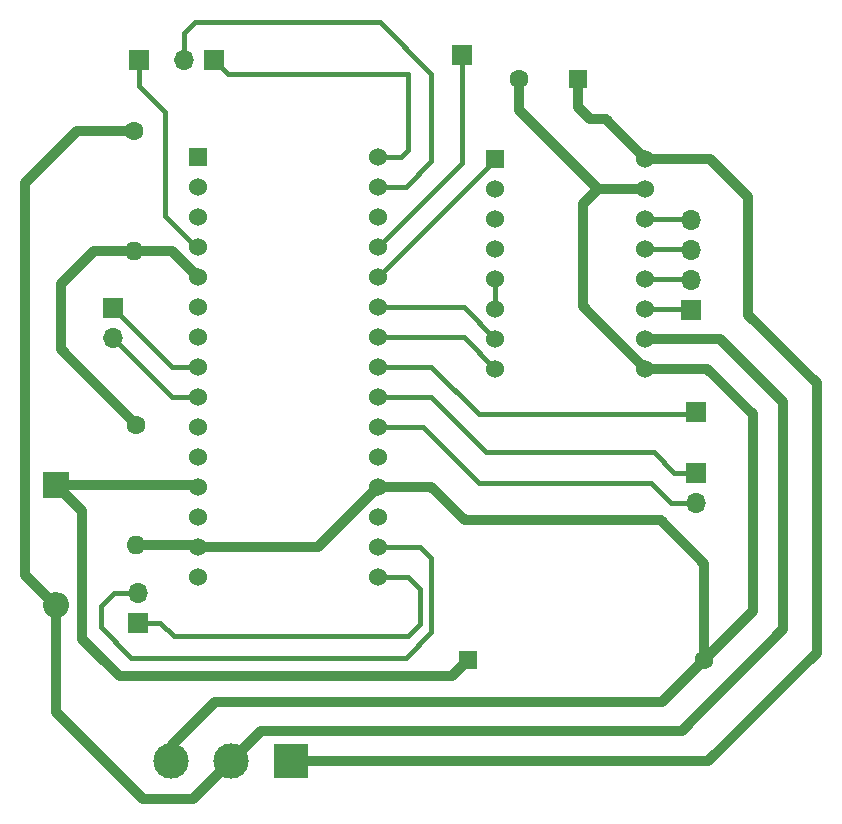
<source format=gtl>
G04 #@! TF.GenerationSoftware,KiCad,Pcbnew,7.0.1*
G04 #@! TF.CreationDate,2023-04-17T10:16:54+08:00*
G04 #@! TF.ProjectId,PCB v2,50434220-7632-42e6-9b69-6361645f7063,rev?*
G04 #@! TF.SameCoordinates,Original*
G04 #@! TF.FileFunction,Copper,L1,Top*
G04 #@! TF.FilePolarity,Positive*
%FSLAX46Y46*%
G04 Gerber Fmt 4.6, Leading zero omitted, Abs format (unit mm)*
G04 Created by KiCad (PCBNEW 7.0.1) date 2023-04-17 10:16:54*
%MOMM*%
%LPD*%
G01*
G04 APERTURE LIST*
G04 #@! TA.AperFunction,ComponentPad*
%ADD10R,1.700000X1.700000*%
G04 #@! TD*
G04 #@! TA.AperFunction,ComponentPad*
%ADD11O,1.700000X1.700000*%
G04 #@! TD*
G04 #@! TA.AperFunction,ComponentPad*
%ADD12R,1.600000X1.600000*%
G04 #@! TD*
G04 #@! TA.AperFunction,ComponentPad*
%ADD13C,1.600000*%
G04 #@! TD*
G04 #@! TA.AperFunction,ComponentPad*
%ADD14R,1.530000X1.530000*%
G04 #@! TD*
G04 #@! TA.AperFunction,ComponentPad*
%ADD15C,1.530000*%
G04 #@! TD*
G04 #@! TA.AperFunction,ComponentPad*
%ADD16O,1.600000X1.600000*%
G04 #@! TD*
G04 #@! TA.AperFunction,ComponentPad*
%ADD17R,3.000000X3.000000*%
G04 #@! TD*
G04 #@! TA.AperFunction,ComponentPad*
%ADD18C,3.000000*%
G04 #@! TD*
G04 #@! TA.AperFunction,ComponentPad*
%ADD19R,2.200000X2.200000*%
G04 #@! TD*
G04 #@! TA.AperFunction,ComponentPad*
%ADD20O,2.200000X2.200000*%
G04 #@! TD*
G04 #@! TA.AperFunction,ComponentPad*
%ADD21R,1.524000X1.524000*%
G04 #@! TD*
G04 #@! TA.AperFunction,ComponentPad*
%ADD22C,1.524000*%
G04 #@! TD*
G04 #@! TA.AperFunction,Conductor*
%ADD23C,0.400000*%
G04 #@! TD*
G04 #@! TA.AperFunction,Conductor*
%ADD24C,0.870000*%
G04 #@! TD*
G04 APERTURE END LIST*
D10*
X141600000Y-32800000D03*
X161425000Y-68150000D03*
D11*
X161425000Y-70690000D03*
D12*
X151402651Y-34800000D03*
D13*
X146402651Y-34800000D03*
D10*
X114175000Y-80850000D03*
D11*
X114175000Y-78310000D03*
D14*
X144400000Y-41560000D03*
D15*
X144400000Y-44100000D03*
X144400000Y-46640000D03*
X144400000Y-49180000D03*
X144400000Y-51720000D03*
X144400000Y-54260000D03*
X144400000Y-56800000D03*
X144400000Y-59340000D03*
X157100000Y-59340000D03*
X157100000Y-56800000D03*
X157100000Y-54260000D03*
X157100000Y-51720000D03*
X157100000Y-49180000D03*
X157100000Y-46640000D03*
X157100000Y-44100000D03*
X157100000Y-41560000D03*
D10*
X112000000Y-54200000D03*
D11*
X112000000Y-56740000D03*
D13*
X113800000Y-39240000D03*
D16*
X113800000Y-49400000D03*
D17*
X127080000Y-92600000D03*
D18*
X122000000Y-92600000D03*
X116920000Y-92600000D03*
D10*
X114200000Y-33200000D03*
X120600000Y-33200000D03*
D11*
X118060000Y-33200000D03*
D12*
X142100000Y-84000000D03*
D13*
X162100000Y-84000000D03*
X114000000Y-64120000D03*
D16*
X114000000Y-74280000D03*
D10*
X160975000Y-54400000D03*
D11*
X160975000Y-51860000D03*
X160975000Y-49320000D03*
X160975000Y-46780000D03*
D19*
X107200000Y-69200000D03*
D20*
X107200000Y-79360000D03*
D10*
X161400000Y-63000000D03*
D21*
X119250000Y-41420000D03*
D22*
X119250000Y-43960000D03*
X119250000Y-46500000D03*
X119250000Y-49040000D03*
X119250000Y-51580000D03*
X119250000Y-54120000D03*
X119250000Y-56660000D03*
X119250000Y-59200000D03*
X119250000Y-61740000D03*
X119250000Y-64280000D03*
X119250000Y-66820000D03*
X119250000Y-69360000D03*
X119250000Y-71900000D03*
X119250000Y-74440000D03*
X119250000Y-76980000D03*
X134490000Y-76980000D03*
X134490000Y-74440000D03*
X134490000Y-71900000D03*
X134490000Y-69360000D03*
X134490000Y-66820000D03*
X134490000Y-64280000D03*
X134490000Y-61740000D03*
X134490000Y-59200000D03*
X134490000Y-56660000D03*
X134490000Y-54120000D03*
X134490000Y-51580000D03*
X134490000Y-49040000D03*
X134490000Y-46500000D03*
X134490000Y-43960000D03*
X134490000Y-41420000D03*
D23*
X116050000Y-80850000D02*
X114175000Y-80850000D01*
X137000000Y-82000000D02*
X117200000Y-82000000D01*
X138000000Y-78000000D02*
X138000000Y-81000000D01*
X138000000Y-81000000D02*
X137000000Y-82000000D01*
X117200000Y-82000000D02*
X116050000Y-80850000D01*
X136980000Y-76980000D02*
X138000000Y-78000000D01*
X134490000Y-76980000D02*
X136980000Y-76980000D01*
X112090000Y-78310000D02*
X114175000Y-78310000D01*
X111000000Y-81200000D02*
X111000000Y-79400000D01*
X113600000Y-83800000D02*
X111000000Y-81200000D01*
X139000000Y-81600000D02*
X136800000Y-83800000D01*
X111000000Y-79400000D02*
X112090000Y-78310000D01*
X138040000Y-74440000D02*
X139000000Y-75400000D01*
X136800000Y-83800000D02*
X113600000Y-83800000D01*
X134490000Y-74440000D02*
X138040000Y-74440000D01*
X139000000Y-75400000D02*
X139000000Y-81600000D01*
D24*
X112600000Y-85400000D02*
X111200000Y-84000000D01*
X140700000Y-85400000D02*
X112600000Y-85400000D01*
X142100000Y-84000000D02*
X140700000Y-85400000D01*
X117040000Y-91200000D02*
X120640000Y-87600000D01*
X120640000Y-87600000D02*
X158500000Y-87600000D01*
X158500000Y-87600000D02*
X162100000Y-84000000D01*
X163400000Y-56800000D02*
X157100000Y-56800000D01*
X168800000Y-81400000D02*
X168800000Y-62200000D01*
X160200000Y-90000000D02*
X168800000Y-81400000D01*
X124600000Y-90000000D02*
X160200000Y-90000000D01*
X122000000Y-92600000D02*
X124600000Y-90000000D01*
X168800000Y-62200000D02*
X163400000Y-56800000D01*
X171600000Y-83400000D02*
X162400000Y-92600000D01*
X162400000Y-92600000D02*
X127080000Y-92600000D01*
X171600000Y-60600000D02*
X171600000Y-83400000D01*
X165800000Y-44800000D02*
X165800000Y-54800000D01*
X165800000Y-54800000D02*
X171600000Y-60600000D01*
X162560000Y-41560000D02*
X165800000Y-44800000D01*
X157100000Y-41560000D02*
X162560000Y-41560000D01*
X118800000Y-95800000D02*
X122000000Y-92600000D01*
X114600000Y-95800000D02*
X118800000Y-95800000D01*
X107200000Y-88400000D02*
X114600000Y-95800000D01*
X107200000Y-79360000D02*
X107200000Y-88400000D01*
X107200000Y-69200000D02*
X119090000Y-69200000D01*
X107200000Y-69200000D02*
X109400000Y-71400000D01*
X109400000Y-82200000D02*
X111200000Y-84000000D01*
X111200000Y-84000000D02*
X109600000Y-82400000D01*
X109400000Y-71400000D02*
X109400000Y-82200000D01*
X119090000Y-69200000D02*
X119250000Y-69360000D01*
X119250000Y-74440000D02*
X129410000Y-74440000D01*
X146402651Y-37402651D02*
X153100000Y-44100000D01*
X141800000Y-72200000D02*
X158400000Y-72200000D01*
D23*
X119090000Y-74280000D02*
X119250000Y-74440000D01*
D24*
X158400000Y-72200000D02*
X162100000Y-75900000D01*
X166200000Y-79900000D02*
X162100000Y-84000000D01*
X138960000Y-69360000D02*
X141800000Y-72200000D01*
X153100000Y-44100000D02*
X151800000Y-45400000D01*
X151800000Y-45400000D02*
X151800000Y-54040000D01*
X162060000Y-59340000D02*
X157100000Y-59340000D01*
X153100000Y-44100000D02*
X157100000Y-44100000D01*
X129410000Y-74440000D02*
X134490000Y-69360000D01*
X151800000Y-54040000D02*
X157100000Y-59340000D01*
X166200000Y-63200000D02*
X166200000Y-79900000D01*
D23*
X117040000Y-91200000D02*
X117040000Y-90960000D01*
D24*
X162100000Y-75900000D02*
X162100000Y-84000000D01*
X162340000Y-59340000D02*
X166200000Y-63200000D01*
D23*
X117040000Y-90960000D02*
X117200000Y-90800000D01*
D24*
X134490000Y-69360000D02*
X138960000Y-69360000D01*
X146402651Y-34800000D02*
X146402651Y-37402651D01*
X114000000Y-74280000D02*
X119090000Y-74280000D01*
X151402651Y-37202651D02*
X152400000Y-38200000D01*
X153740000Y-38200000D02*
X157100000Y-41560000D01*
X151402651Y-34800000D02*
X151402651Y-37202651D01*
X152400000Y-38200000D02*
X153740000Y-38200000D01*
X107160000Y-79360000D02*
X104600000Y-76800000D01*
D23*
X107200000Y-78800000D02*
X107200000Y-79800000D01*
D24*
X107200000Y-79360000D02*
X107160000Y-79360000D01*
D23*
X104600000Y-75600000D02*
X104600000Y-75800000D01*
D24*
X104600000Y-76800000D02*
X104600000Y-73600000D01*
X108960000Y-39240000D02*
X104600000Y-43600000D01*
X113800000Y-39240000D02*
X108960000Y-39240000D01*
X104600000Y-43600000D02*
X104600000Y-73600000D01*
X104600000Y-73600000D02*
X104600000Y-75600000D01*
D23*
X157100000Y-54260000D02*
X160835000Y-54260000D01*
X160835000Y-54260000D02*
X160975000Y-54400000D01*
X160835000Y-51720000D02*
X160975000Y-51860000D01*
X157100000Y-51720000D02*
X160835000Y-51720000D01*
X157100000Y-49180000D02*
X160835000Y-49180000D01*
X160835000Y-49180000D02*
X160975000Y-49320000D01*
X160835000Y-46640000D02*
X160975000Y-46780000D01*
X157100000Y-46640000D02*
X160835000Y-46640000D01*
X117000000Y-59200000D02*
X112000000Y-54200000D01*
X119250000Y-59200000D02*
X117000000Y-59200000D01*
X119250000Y-61740000D02*
X117000000Y-61740000D01*
X117000000Y-61740000D02*
X112000000Y-56740000D01*
X143600000Y-66400000D02*
X157800000Y-66400000D01*
X134490000Y-61740000D02*
X138940000Y-61740000D01*
X138940000Y-61740000D02*
X143600000Y-66400000D01*
X159550000Y-68150000D02*
X161425000Y-68150000D01*
X157800000Y-66400000D02*
X159550000Y-68150000D01*
X143000000Y-69000000D02*
X157600000Y-69000000D01*
X134490000Y-64280000D02*
X138280000Y-64280000D01*
X138280000Y-64280000D02*
X143000000Y-69000000D01*
X157600000Y-69000000D02*
X159290000Y-70690000D01*
X159290000Y-70690000D02*
X161425000Y-70690000D01*
X143000000Y-63200000D02*
X161200000Y-63200000D01*
X139000000Y-59200000D02*
X143000000Y-63200000D01*
X134490000Y-59200000D02*
X139000000Y-59200000D01*
X141600000Y-41930000D02*
X141600000Y-32800000D01*
X134490000Y-49040000D02*
X141600000Y-41930000D01*
X116400000Y-46400000D02*
X116400000Y-37600000D01*
X119250000Y-49150000D02*
X119200000Y-49200000D01*
X116400000Y-37600000D02*
X114200000Y-35400000D01*
X114200000Y-35400000D02*
X114200000Y-33200000D01*
X119250000Y-49040000D02*
X119250000Y-49150000D01*
X119200000Y-49200000D02*
X116400000Y-46400000D01*
X121800000Y-34400000D02*
X120600000Y-33200000D01*
X134490000Y-41420000D02*
X136380000Y-41420000D01*
X136380000Y-41420000D02*
X137000000Y-40800000D01*
X137000000Y-40800000D02*
X137000000Y-34400000D01*
X137000000Y-34400000D02*
X121800000Y-34400000D01*
X134490000Y-43960000D02*
X136840000Y-43960000D01*
X139000000Y-34400000D02*
X134600000Y-30000000D01*
X118060000Y-30940000D02*
X118060000Y-33200000D01*
X136840000Y-43960000D02*
X139000000Y-41800000D01*
X134600000Y-30000000D02*
X119000000Y-30000000D01*
X119000000Y-30000000D02*
X118060000Y-30940000D01*
X139000000Y-41800000D02*
X139000000Y-34400000D01*
D24*
X111800000Y-49400000D02*
X110400000Y-49400000D01*
X117000000Y-49400000D02*
X111800000Y-49400000D01*
X107600000Y-52200000D02*
X107600000Y-57720000D01*
X119200000Y-51600000D02*
X117000000Y-49400000D01*
X110400000Y-49400000D02*
X107600000Y-52200000D01*
D23*
X119250000Y-51580000D02*
X119220000Y-51580000D01*
X119220000Y-51580000D02*
X119200000Y-51600000D01*
D24*
X107600000Y-57720000D02*
X114000000Y-64120000D01*
D23*
X141720000Y-56660000D02*
X144400000Y-59340000D01*
X134490000Y-56660000D02*
X141720000Y-56660000D01*
X134490000Y-54120000D02*
X141720000Y-54120000D01*
X141720000Y-54120000D02*
X144400000Y-56800000D01*
X134490000Y-51580000D02*
X144400000Y-41670000D01*
X144400000Y-41670000D02*
X144400000Y-41560000D01*
X144400000Y-51720000D02*
X144400000Y-54260000D01*
M02*

</source>
